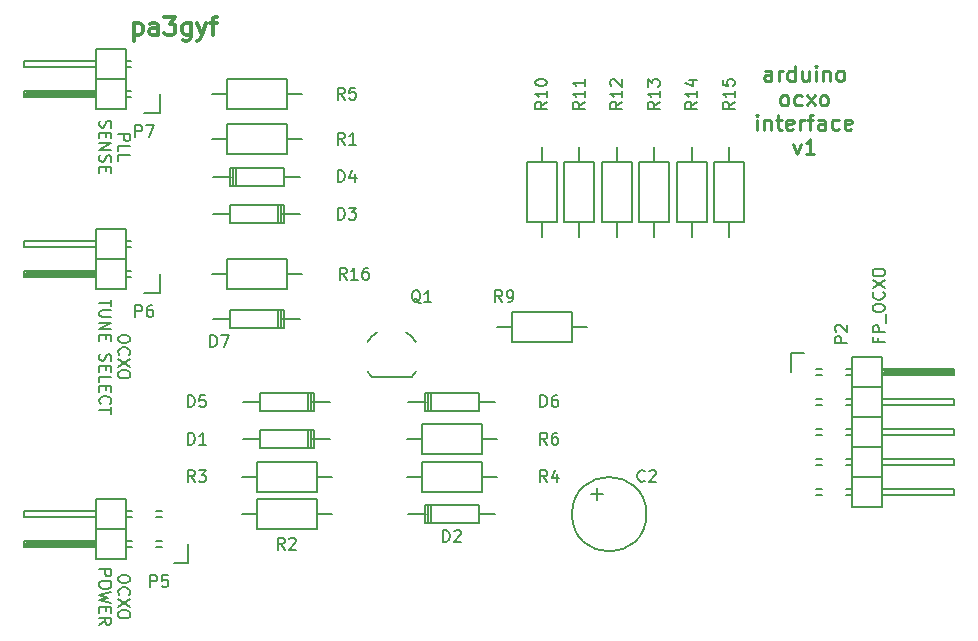
<source format=gbr>
G04 #@! TF.FileFunction,Legend,Top*
%FSLAX46Y46*%
G04 Gerber Fmt 4.6, Leading zero omitted, Abs format (unit mm)*
G04 Created by KiCad (PCBNEW (after 2015-mar-04 BZR unknown)-product) date Fri 28 Oct 2016 11:36:00 AM CEST*
%MOMM*%
G01*
G04 APERTURE LIST*
%ADD10C,0.100000*%
%ADD11C,0.250000*%
%ADD12C,0.300000*%
%ADD13C,0.200000*%
%ADD14C,0.150000*%
G04 APERTURE END LIST*
D10*
D11*
X206764287Y-57935095D02*
X206764287Y-57254143D01*
X206702382Y-57130333D01*
X206578572Y-57068429D01*
X206330953Y-57068429D01*
X206207144Y-57130333D01*
X206764287Y-57873190D02*
X206640477Y-57935095D01*
X206330953Y-57935095D01*
X206207144Y-57873190D01*
X206145239Y-57749381D01*
X206145239Y-57625571D01*
X206207144Y-57501762D01*
X206330953Y-57439857D01*
X206640477Y-57439857D01*
X206764287Y-57377952D01*
X207383334Y-57935095D02*
X207383334Y-57068429D01*
X207383334Y-57316048D02*
X207445239Y-57192238D01*
X207507143Y-57130333D01*
X207630953Y-57068429D01*
X207754762Y-57068429D01*
X208745239Y-57935095D02*
X208745239Y-56635095D01*
X208745239Y-57873190D02*
X208621429Y-57935095D01*
X208373810Y-57935095D01*
X208250001Y-57873190D01*
X208188096Y-57811286D01*
X208126191Y-57687476D01*
X208126191Y-57316048D01*
X208188096Y-57192238D01*
X208250001Y-57130333D01*
X208373810Y-57068429D01*
X208621429Y-57068429D01*
X208745239Y-57130333D01*
X209921429Y-57068429D02*
X209921429Y-57935095D01*
X209364286Y-57068429D02*
X209364286Y-57749381D01*
X209426191Y-57873190D01*
X209550000Y-57935095D01*
X209735714Y-57935095D01*
X209859524Y-57873190D01*
X209921429Y-57811286D01*
X210540476Y-57935095D02*
X210540476Y-57068429D01*
X210540476Y-56635095D02*
X210478571Y-56697000D01*
X210540476Y-56758905D01*
X210602381Y-56697000D01*
X210540476Y-56635095D01*
X210540476Y-56758905D01*
X211159524Y-57068429D02*
X211159524Y-57935095D01*
X211159524Y-57192238D02*
X211221429Y-57130333D01*
X211345238Y-57068429D01*
X211530952Y-57068429D01*
X211654762Y-57130333D01*
X211716667Y-57254143D01*
X211716667Y-57935095D01*
X212521428Y-57935095D02*
X212397619Y-57873190D01*
X212335714Y-57811286D01*
X212273809Y-57687476D01*
X212273809Y-57316048D01*
X212335714Y-57192238D01*
X212397619Y-57130333D01*
X212521428Y-57068429D01*
X212707142Y-57068429D01*
X212830952Y-57130333D01*
X212892857Y-57192238D01*
X212954761Y-57316048D01*
X212954761Y-57687476D01*
X212892857Y-57811286D01*
X212830952Y-57873190D01*
X212707142Y-57935095D01*
X212521428Y-57935095D01*
X207785715Y-60005095D02*
X207661906Y-59943190D01*
X207600001Y-59881286D01*
X207538096Y-59757476D01*
X207538096Y-59386048D01*
X207600001Y-59262238D01*
X207661906Y-59200333D01*
X207785715Y-59138429D01*
X207971429Y-59138429D01*
X208095239Y-59200333D01*
X208157144Y-59262238D01*
X208219048Y-59386048D01*
X208219048Y-59757476D01*
X208157144Y-59881286D01*
X208095239Y-59943190D01*
X207971429Y-60005095D01*
X207785715Y-60005095D01*
X209333334Y-59943190D02*
X209209524Y-60005095D01*
X208961905Y-60005095D01*
X208838096Y-59943190D01*
X208776191Y-59881286D01*
X208714286Y-59757476D01*
X208714286Y-59386048D01*
X208776191Y-59262238D01*
X208838096Y-59200333D01*
X208961905Y-59138429D01*
X209209524Y-59138429D01*
X209333334Y-59200333D01*
X209766667Y-60005095D02*
X210447620Y-59138429D01*
X209766667Y-59138429D02*
X210447620Y-60005095D01*
X211128572Y-60005095D02*
X211004763Y-59943190D01*
X210942858Y-59881286D01*
X210880953Y-59757476D01*
X210880953Y-59386048D01*
X210942858Y-59262238D01*
X211004763Y-59200333D01*
X211128572Y-59138429D01*
X211314286Y-59138429D01*
X211438096Y-59200333D01*
X211500001Y-59262238D01*
X211561905Y-59386048D01*
X211561905Y-59757476D01*
X211500001Y-59881286D01*
X211438096Y-59943190D01*
X211314286Y-60005095D01*
X211128572Y-60005095D01*
X205557143Y-62075095D02*
X205557143Y-61208429D01*
X205557143Y-60775095D02*
X205495238Y-60837000D01*
X205557143Y-60898905D01*
X205619048Y-60837000D01*
X205557143Y-60775095D01*
X205557143Y-60898905D01*
X206176191Y-61208429D02*
X206176191Y-62075095D01*
X206176191Y-61332238D02*
X206238096Y-61270333D01*
X206361905Y-61208429D01*
X206547619Y-61208429D01*
X206671429Y-61270333D01*
X206733334Y-61394143D01*
X206733334Y-62075095D01*
X207166667Y-61208429D02*
X207661905Y-61208429D01*
X207352381Y-60775095D02*
X207352381Y-61889381D01*
X207414286Y-62013190D01*
X207538095Y-62075095D01*
X207661905Y-62075095D01*
X208590476Y-62013190D02*
X208466666Y-62075095D01*
X208219047Y-62075095D01*
X208095238Y-62013190D01*
X208033333Y-61889381D01*
X208033333Y-61394143D01*
X208095238Y-61270333D01*
X208219047Y-61208429D01*
X208466666Y-61208429D01*
X208590476Y-61270333D01*
X208652381Y-61394143D01*
X208652381Y-61517952D01*
X208033333Y-61641762D01*
X209209524Y-62075095D02*
X209209524Y-61208429D01*
X209209524Y-61456048D02*
X209271429Y-61332238D01*
X209333333Y-61270333D01*
X209457143Y-61208429D01*
X209580952Y-61208429D01*
X209828572Y-61208429D02*
X210323810Y-61208429D01*
X210014286Y-62075095D02*
X210014286Y-60960810D01*
X210076191Y-60837000D01*
X210200000Y-60775095D01*
X210323810Y-60775095D01*
X211314286Y-62075095D02*
X211314286Y-61394143D01*
X211252381Y-61270333D01*
X211128571Y-61208429D01*
X210880952Y-61208429D01*
X210757143Y-61270333D01*
X211314286Y-62013190D02*
X211190476Y-62075095D01*
X210880952Y-62075095D01*
X210757143Y-62013190D01*
X210695238Y-61889381D01*
X210695238Y-61765571D01*
X210757143Y-61641762D01*
X210880952Y-61579857D01*
X211190476Y-61579857D01*
X211314286Y-61517952D01*
X212490476Y-62013190D02*
X212366666Y-62075095D01*
X212119047Y-62075095D01*
X211995238Y-62013190D01*
X211933333Y-61951286D01*
X211871428Y-61827476D01*
X211871428Y-61456048D01*
X211933333Y-61332238D01*
X211995238Y-61270333D01*
X212119047Y-61208429D01*
X212366666Y-61208429D01*
X212490476Y-61270333D01*
X213542857Y-62013190D02*
X213419047Y-62075095D01*
X213171428Y-62075095D01*
X213047619Y-62013190D01*
X212985714Y-61889381D01*
X212985714Y-61394143D01*
X213047619Y-61270333D01*
X213171428Y-61208429D01*
X213419047Y-61208429D01*
X213542857Y-61270333D01*
X213604762Y-61394143D01*
X213604762Y-61517952D01*
X212985714Y-61641762D01*
X208621429Y-63278429D02*
X208930953Y-64145095D01*
X209240477Y-63278429D01*
X210416667Y-64145095D02*
X209673810Y-64145095D01*
X210045239Y-64145095D02*
X210045239Y-62845095D01*
X209921429Y-63030810D01*
X209797620Y-63154619D01*
X209673810Y-63216524D01*
D12*
X152817143Y-53018571D02*
X152817143Y-54518571D01*
X152817143Y-53090000D02*
X152960000Y-53018571D01*
X153245714Y-53018571D01*
X153388571Y-53090000D01*
X153460000Y-53161429D01*
X153531429Y-53304286D01*
X153531429Y-53732857D01*
X153460000Y-53875714D01*
X153388571Y-53947143D01*
X153245714Y-54018571D01*
X152960000Y-54018571D01*
X152817143Y-53947143D01*
X154817143Y-54018571D02*
X154817143Y-53232857D01*
X154745714Y-53090000D01*
X154602857Y-53018571D01*
X154317143Y-53018571D01*
X154174286Y-53090000D01*
X154817143Y-53947143D02*
X154674286Y-54018571D01*
X154317143Y-54018571D01*
X154174286Y-53947143D01*
X154102857Y-53804286D01*
X154102857Y-53661429D01*
X154174286Y-53518571D01*
X154317143Y-53447143D01*
X154674286Y-53447143D01*
X154817143Y-53375714D01*
X155388572Y-52518571D02*
X156317143Y-52518571D01*
X155817143Y-53090000D01*
X156031429Y-53090000D01*
X156174286Y-53161429D01*
X156245715Y-53232857D01*
X156317143Y-53375714D01*
X156317143Y-53732857D01*
X156245715Y-53875714D01*
X156174286Y-53947143D01*
X156031429Y-54018571D01*
X155602857Y-54018571D01*
X155460000Y-53947143D01*
X155388572Y-53875714D01*
X157602857Y-53018571D02*
X157602857Y-54232857D01*
X157531428Y-54375714D01*
X157460000Y-54447143D01*
X157317143Y-54518571D01*
X157102857Y-54518571D01*
X156960000Y-54447143D01*
X157602857Y-53947143D02*
X157460000Y-54018571D01*
X157174286Y-54018571D01*
X157031428Y-53947143D01*
X156960000Y-53875714D01*
X156888571Y-53732857D01*
X156888571Y-53304286D01*
X156960000Y-53161429D01*
X157031428Y-53090000D01*
X157174286Y-53018571D01*
X157460000Y-53018571D01*
X157602857Y-53090000D01*
X158174286Y-53018571D02*
X158531429Y-54018571D01*
X158888571Y-53018571D02*
X158531429Y-54018571D01*
X158388571Y-54375714D01*
X158317143Y-54447143D01*
X158174286Y-54518571D01*
X159245714Y-53018571D02*
X159817143Y-53018571D01*
X159460000Y-54018571D02*
X159460000Y-52732857D01*
X159531428Y-52590000D01*
X159674286Y-52518571D01*
X159817143Y-52518571D01*
D13*
X151477619Y-62428571D02*
X152477619Y-62428571D01*
X152477619Y-62809524D01*
X152430000Y-62904762D01*
X152382381Y-62952381D01*
X152287143Y-63000000D01*
X152144286Y-63000000D01*
X152049048Y-62952381D01*
X152001429Y-62904762D01*
X151953810Y-62809524D01*
X151953810Y-62428571D01*
X151477619Y-63904762D02*
X151477619Y-63428571D01*
X152477619Y-63428571D01*
X151477619Y-64714286D02*
X151477619Y-64238095D01*
X152477619Y-64238095D01*
X149925238Y-61309524D02*
X149877619Y-61452381D01*
X149877619Y-61690477D01*
X149925238Y-61785715D01*
X149972857Y-61833334D01*
X150068095Y-61880953D01*
X150163333Y-61880953D01*
X150258571Y-61833334D01*
X150306190Y-61785715D01*
X150353810Y-61690477D01*
X150401429Y-61500000D01*
X150449048Y-61404762D01*
X150496667Y-61357143D01*
X150591905Y-61309524D01*
X150687143Y-61309524D01*
X150782381Y-61357143D01*
X150830000Y-61404762D01*
X150877619Y-61500000D01*
X150877619Y-61738096D01*
X150830000Y-61880953D01*
X150401429Y-62309524D02*
X150401429Y-62642858D01*
X149877619Y-62785715D02*
X149877619Y-62309524D01*
X150877619Y-62309524D01*
X150877619Y-62785715D01*
X149877619Y-63214286D02*
X150877619Y-63214286D01*
X149877619Y-63785715D01*
X150877619Y-63785715D01*
X149925238Y-64214286D02*
X149877619Y-64357143D01*
X149877619Y-64595239D01*
X149925238Y-64690477D01*
X149972857Y-64738096D01*
X150068095Y-64785715D01*
X150163333Y-64785715D01*
X150258571Y-64738096D01*
X150306190Y-64690477D01*
X150353810Y-64595239D01*
X150401429Y-64404762D01*
X150449048Y-64309524D01*
X150496667Y-64261905D01*
X150591905Y-64214286D01*
X150687143Y-64214286D01*
X150782381Y-64261905D01*
X150830000Y-64309524D01*
X150877619Y-64404762D01*
X150877619Y-64642858D01*
X150830000Y-64785715D01*
X150401429Y-65214286D02*
X150401429Y-65547620D01*
X149877619Y-65690477D02*
X149877619Y-65214286D01*
X150877619Y-65214286D01*
X150877619Y-65690477D01*
X152477619Y-79684762D02*
X152477619Y-79875239D01*
X152430000Y-79970477D01*
X152334762Y-80065715D01*
X152144286Y-80113334D01*
X151810952Y-80113334D01*
X151620476Y-80065715D01*
X151525238Y-79970477D01*
X151477619Y-79875239D01*
X151477619Y-79684762D01*
X151525238Y-79589524D01*
X151620476Y-79494286D01*
X151810952Y-79446667D01*
X152144286Y-79446667D01*
X152334762Y-79494286D01*
X152430000Y-79589524D01*
X152477619Y-79684762D01*
X151572857Y-81113334D02*
X151525238Y-81065715D01*
X151477619Y-80922858D01*
X151477619Y-80827620D01*
X151525238Y-80684762D01*
X151620476Y-80589524D01*
X151715714Y-80541905D01*
X151906190Y-80494286D01*
X152049048Y-80494286D01*
X152239524Y-80541905D01*
X152334762Y-80589524D01*
X152430000Y-80684762D01*
X152477619Y-80827620D01*
X152477619Y-80922858D01*
X152430000Y-81065715D01*
X152382381Y-81113334D01*
X152477619Y-81446667D02*
X151477619Y-82113334D01*
X152477619Y-82113334D02*
X151477619Y-81446667D01*
X152477619Y-82684762D02*
X152477619Y-82875239D01*
X152430000Y-82970477D01*
X152334762Y-83065715D01*
X152144286Y-83113334D01*
X151810952Y-83113334D01*
X151620476Y-83065715D01*
X151525238Y-82970477D01*
X151477619Y-82875239D01*
X151477619Y-82684762D01*
X151525238Y-82589524D01*
X151620476Y-82494286D01*
X151810952Y-82446667D01*
X152144286Y-82446667D01*
X152334762Y-82494286D01*
X152430000Y-82589524D01*
X152477619Y-82684762D01*
X150877619Y-76446666D02*
X150877619Y-77018095D01*
X149877619Y-76732380D02*
X150877619Y-76732380D01*
X150877619Y-77351428D02*
X150068095Y-77351428D01*
X149972857Y-77399047D01*
X149925238Y-77446666D01*
X149877619Y-77541904D01*
X149877619Y-77732381D01*
X149925238Y-77827619D01*
X149972857Y-77875238D01*
X150068095Y-77922857D01*
X150877619Y-77922857D01*
X149877619Y-78399047D02*
X150877619Y-78399047D01*
X149877619Y-78970476D01*
X150877619Y-78970476D01*
X150401429Y-79446666D02*
X150401429Y-79780000D01*
X149877619Y-79922857D02*
X149877619Y-79446666D01*
X150877619Y-79446666D01*
X150877619Y-79922857D01*
X149925238Y-81065714D02*
X149877619Y-81208571D01*
X149877619Y-81446667D01*
X149925238Y-81541905D01*
X149972857Y-81589524D01*
X150068095Y-81637143D01*
X150163333Y-81637143D01*
X150258571Y-81589524D01*
X150306190Y-81541905D01*
X150353810Y-81446667D01*
X150401429Y-81256190D01*
X150449048Y-81160952D01*
X150496667Y-81113333D01*
X150591905Y-81065714D01*
X150687143Y-81065714D01*
X150782381Y-81113333D01*
X150830000Y-81160952D01*
X150877619Y-81256190D01*
X150877619Y-81494286D01*
X150830000Y-81637143D01*
X150401429Y-82065714D02*
X150401429Y-82399048D01*
X149877619Y-82541905D02*
X149877619Y-82065714D01*
X150877619Y-82065714D01*
X150877619Y-82541905D01*
X149877619Y-83446667D02*
X149877619Y-82970476D01*
X150877619Y-82970476D01*
X150401429Y-83780000D02*
X150401429Y-84113334D01*
X149877619Y-84256191D02*
X149877619Y-83780000D01*
X150877619Y-83780000D01*
X150877619Y-84256191D01*
X149972857Y-85256191D02*
X149925238Y-85208572D01*
X149877619Y-85065715D01*
X149877619Y-84970477D01*
X149925238Y-84827619D01*
X150020476Y-84732381D01*
X150115714Y-84684762D01*
X150306190Y-84637143D01*
X150449048Y-84637143D01*
X150639524Y-84684762D01*
X150734762Y-84732381D01*
X150830000Y-84827619D01*
X150877619Y-84970477D01*
X150877619Y-85065715D01*
X150830000Y-85208572D01*
X150782381Y-85256191D01*
X150877619Y-85541905D02*
X150877619Y-86113334D01*
X149877619Y-85827619D02*
X150877619Y-85827619D01*
X152477619Y-100004762D02*
X152477619Y-100195239D01*
X152430000Y-100290477D01*
X152334762Y-100385715D01*
X152144286Y-100433334D01*
X151810952Y-100433334D01*
X151620476Y-100385715D01*
X151525238Y-100290477D01*
X151477619Y-100195239D01*
X151477619Y-100004762D01*
X151525238Y-99909524D01*
X151620476Y-99814286D01*
X151810952Y-99766667D01*
X152144286Y-99766667D01*
X152334762Y-99814286D01*
X152430000Y-99909524D01*
X152477619Y-100004762D01*
X151572857Y-101433334D02*
X151525238Y-101385715D01*
X151477619Y-101242858D01*
X151477619Y-101147620D01*
X151525238Y-101004762D01*
X151620476Y-100909524D01*
X151715714Y-100861905D01*
X151906190Y-100814286D01*
X152049048Y-100814286D01*
X152239524Y-100861905D01*
X152334762Y-100909524D01*
X152430000Y-101004762D01*
X152477619Y-101147620D01*
X152477619Y-101242858D01*
X152430000Y-101385715D01*
X152382381Y-101433334D01*
X152477619Y-101766667D02*
X151477619Y-102433334D01*
X152477619Y-102433334D02*
X151477619Y-101766667D01*
X152477619Y-103004762D02*
X152477619Y-103195239D01*
X152430000Y-103290477D01*
X152334762Y-103385715D01*
X152144286Y-103433334D01*
X151810952Y-103433334D01*
X151620476Y-103385715D01*
X151525238Y-103290477D01*
X151477619Y-103195239D01*
X151477619Y-103004762D01*
X151525238Y-102909524D01*
X151620476Y-102814286D01*
X151810952Y-102766667D01*
X152144286Y-102766667D01*
X152334762Y-102814286D01*
X152430000Y-102909524D01*
X152477619Y-103004762D01*
X149877619Y-99290476D02*
X150877619Y-99290476D01*
X150877619Y-99671429D01*
X150830000Y-99766667D01*
X150782381Y-99814286D01*
X150687143Y-99861905D01*
X150544286Y-99861905D01*
X150449048Y-99814286D01*
X150401429Y-99766667D01*
X150353810Y-99671429D01*
X150353810Y-99290476D01*
X150877619Y-100480952D02*
X150877619Y-100671429D01*
X150830000Y-100766667D01*
X150734762Y-100861905D01*
X150544286Y-100909524D01*
X150210952Y-100909524D01*
X150020476Y-100861905D01*
X149925238Y-100766667D01*
X149877619Y-100671429D01*
X149877619Y-100480952D01*
X149925238Y-100385714D01*
X150020476Y-100290476D01*
X150210952Y-100242857D01*
X150544286Y-100242857D01*
X150734762Y-100290476D01*
X150830000Y-100385714D01*
X150877619Y-100480952D01*
X150877619Y-101242857D02*
X149877619Y-101480952D01*
X150591905Y-101671429D01*
X149877619Y-101861905D01*
X150877619Y-102100000D01*
X150401429Y-102480952D02*
X150401429Y-102814286D01*
X149877619Y-102957143D02*
X149877619Y-102480952D01*
X150877619Y-102480952D01*
X150877619Y-102957143D01*
X149877619Y-103957143D02*
X150353810Y-103623809D01*
X149877619Y-103385714D02*
X150877619Y-103385714D01*
X150877619Y-103766667D01*
X150830000Y-103861905D01*
X150782381Y-103909524D01*
X150687143Y-103957143D01*
X150544286Y-103957143D01*
X150449048Y-103909524D01*
X150401429Y-103861905D01*
X150353810Y-103766667D01*
X150353810Y-103385714D01*
X215828571Y-79723904D02*
X215828571Y-80057238D01*
X216352381Y-80057238D02*
X215352381Y-80057238D01*
X215352381Y-79581047D01*
X216352381Y-79200095D02*
X215352381Y-79200095D01*
X215352381Y-78819142D01*
X215400000Y-78723904D01*
X215447619Y-78676285D01*
X215542857Y-78628666D01*
X215685714Y-78628666D01*
X215780952Y-78676285D01*
X215828571Y-78723904D01*
X215876190Y-78819142D01*
X215876190Y-79200095D01*
X216447619Y-78438190D02*
X216447619Y-77676285D01*
X215352381Y-77247714D02*
X215352381Y-77057237D01*
X215400000Y-76961999D01*
X215495238Y-76866761D01*
X215685714Y-76819142D01*
X216019048Y-76819142D01*
X216209524Y-76866761D01*
X216304762Y-76961999D01*
X216352381Y-77057237D01*
X216352381Y-77247714D01*
X216304762Y-77342952D01*
X216209524Y-77438190D01*
X216019048Y-77485809D01*
X215685714Y-77485809D01*
X215495238Y-77438190D01*
X215400000Y-77342952D01*
X215352381Y-77247714D01*
X216257143Y-75819142D02*
X216304762Y-75866761D01*
X216352381Y-76009618D01*
X216352381Y-76104856D01*
X216304762Y-76247714D01*
X216209524Y-76342952D01*
X216114286Y-76390571D01*
X215923810Y-76438190D01*
X215780952Y-76438190D01*
X215590476Y-76390571D01*
X215495238Y-76342952D01*
X215400000Y-76247714D01*
X215352381Y-76104856D01*
X215352381Y-76009618D01*
X215400000Y-75866761D01*
X215447619Y-75819142D01*
X215352381Y-75485809D02*
X216352381Y-74819142D01*
X215352381Y-74819142D02*
X216352381Y-75485809D01*
X215352381Y-74247714D02*
X215352381Y-74057237D01*
X215400000Y-73961999D01*
X215495238Y-73866761D01*
X215685714Y-73819142D01*
X216019048Y-73819142D01*
X216209524Y-73866761D01*
X216304762Y-73961999D01*
X216352381Y-74057237D01*
X216352381Y-74247714D01*
X216304762Y-74342952D01*
X216209524Y-74438190D01*
X216019048Y-74485809D01*
X215685714Y-74485809D01*
X215495238Y-74438190D01*
X215400000Y-74342952D01*
X215352381Y-74247714D01*
D14*
X211074000Y-92964000D02*
X210566000Y-92964000D01*
X211074000Y-92456000D02*
X210566000Y-92456000D01*
X211074000Y-90424000D02*
X210566000Y-90424000D01*
X211074000Y-89916000D02*
X210566000Y-89916000D01*
X211074000Y-82296000D02*
X210566000Y-82296000D01*
X211074000Y-82804000D02*
X210566000Y-82804000D01*
X211074000Y-87884000D02*
X210566000Y-87884000D01*
X211074000Y-87376000D02*
X210566000Y-87376000D01*
X211074000Y-85344000D02*
X210566000Y-85344000D01*
X211074000Y-84836000D02*
X210566000Y-84836000D01*
X213614000Y-92964000D02*
X213106000Y-92964000D01*
X213614000Y-92456000D02*
X213106000Y-92456000D01*
X213614000Y-82296000D02*
X213106000Y-82296000D01*
X213614000Y-82804000D02*
X213106000Y-82804000D01*
X213614000Y-84836000D02*
X213106000Y-84836000D01*
X213614000Y-85344000D02*
X213106000Y-85344000D01*
X213614000Y-90424000D02*
X213106000Y-90424000D01*
X213614000Y-89916000D02*
X213106000Y-89916000D01*
X213614000Y-87884000D02*
X213106000Y-87884000D01*
X213614000Y-87376000D02*
X213106000Y-87376000D01*
X209550000Y-81000000D02*
X208400000Y-81000000D01*
X208400000Y-81000000D02*
X208400000Y-82550000D01*
X216154000Y-82423000D02*
X222123000Y-82423000D01*
X222123000Y-82423000D02*
X222123000Y-82677000D01*
X222123000Y-82677000D02*
X216281000Y-82677000D01*
X216281000Y-82677000D02*
X216281000Y-82550000D01*
X216281000Y-82550000D02*
X222123000Y-82550000D01*
X213614000Y-91440000D02*
X216154000Y-91440000D01*
X213614000Y-91440000D02*
X213614000Y-93980000D01*
X216154000Y-92456000D02*
X222250000Y-92456000D01*
X222250000Y-92456000D02*
X222250000Y-92964000D01*
X222250000Y-92964000D02*
X216154000Y-92964000D01*
X216154000Y-93980000D02*
X216154000Y-91440000D01*
X213614000Y-93980000D02*
X216154000Y-93980000D01*
X213614000Y-86360000D02*
X216154000Y-86360000D01*
X213614000Y-86360000D02*
X213614000Y-88900000D01*
X213614000Y-88900000D02*
X216154000Y-88900000D01*
X216154000Y-87376000D02*
X222250000Y-87376000D01*
X222250000Y-87376000D02*
X222250000Y-87884000D01*
X222250000Y-87884000D02*
X216154000Y-87884000D01*
X216154000Y-88900000D02*
X216154000Y-86360000D01*
X216154000Y-91440000D02*
X216154000Y-88900000D01*
X222250000Y-90424000D02*
X216154000Y-90424000D01*
X222250000Y-89916000D02*
X222250000Y-90424000D01*
X216154000Y-89916000D02*
X222250000Y-89916000D01*
X213614000Y-91440000D02*
X216154000Y-91440000D01*
X213614000Y-88900000D02*
X213614000Y-91440000D01*
X213614000Y-88900000D02*
X216154000Y-88900000D01*
X213614000Y-83820000D02*
X216154000Y-83820000D01*
X213614000Y-83820000D02*
X213614000Y-86360000D01*
X213614000Y-86360000D02*
X216154000Y-86360000D01*
X216154000Y-84836000D02*
X222250000Y-84836000D01*
X222250000Y-84836000D02*
X222250000Y-85344000D01*
X222250000Y-85344000D02*
X216154000Y-85344000D01*
X216154000Y-86360000D02*
X216154000Y-83820000D01*
X216154000Y-83820000D02*
X216154000Y-81280000D01*
X222250000Y-82804000D02*
X216154000Y-82804000D01*
X222250000Y-82296000D02*
X222250000Y-82804000D01*
X216154000Y-82296000D02*
X222250000Y-82296000D01*
X213614000Y-83820000D02*
X216154000Y-83820000D01*
X213614000Y-81280000D02*
X213614000Y-83820000D01*
X213614000Y-81280000D02*
X216154000Y-81280000D01*
X154686000Y-94361000D02*
X155194000Y-94361000D01*
X154686000Y-94869000D02*
X155194000Y-94869000D01*
X154686000Y-96901000D02*
X155194000Y-96901000D01*
X154686000Y-97409000D02*
X155194000Y-97409000D01*
X152146000Y-97409000D02*
X152654000Y-97409000D01*
X152146000Y-96901000D02*
X152654000Y-96901000D01*
X152146000Y-94869000D02*
X152654000Y-94869000D01*
X152146000Y-94361000D02*
X152654000Y-94361000D01*
X156210000Y-98705000D02*
X157360000Y-98705000D01*
X157360000Y-98705000D02*
X157360000Y-97155000D01*
X149606000Y-97282000D02*
X143637000Y-97282000D01*
X143637000Y-97282000D02*
X143637000Y-97028000D01*
X143637000Y-97028000D02*
X149479000Y-97028000D01*
X149479000Y-97028000D02*
X149479000Y-97155000D01*
X149479000Y-97155000D02*
X143637000Y-97155000D01*
X152146000Y-93345000D02*
X149606000Y-93345000D01*
X152146000Y-95885000D02*
X149606000Y-95885000D01*
X152146000Y-95885000D02*
X152146000Y-93345000D01*
X152146000Y-93345000D02*
X149606000Y-93345000D01*
X149606000Y-94869000D02*
X143510000Y-94869000D01*
X143510000Y-94869000D02*
X143510000Y-94361000D01*
X143510000Y-94361000D02*
X149606000Y-94361000D01*
X149606000Y-93345000D02*
X149606000Y-95885000D01*
X149606000Y-95885000D02*
X149606000Y-98425000D01*
X143510000Y-96901000D02*
X149606000Y-96901000D01*
X143510000Y-97409000D02*
X143510000Y-96901000D01*
X149606000Y-97409000D02*
X143510000Y-97409000D01*
X152146000Y-95885000D02*
X149606000Y-95885000D01*
X152146000Y-98425000D02*
X152146000Y-95885000D01*
X152146000Y-98425000D02*
X149606000Y-98425000D01*
X154970000Y-75845000D02*
X154970000Y-74295000D01*
X153670000Y-75845000D02*
X154970000Y-75845000D01*
X149479000Y-74422000D02*
X143637000Y-74422000D01*
X143637000Y-74422000D02*
X143637000Y-74168000D01*
X143637000Y-74168000D02*
X149479000Y-74168000D01*
X149479000Y-74168000D02*
X149479000Y-74295000D01*
X149479000Y-74295000D02*
X143637000Y-74295000D01*
X152146000Y-74549000D02*
X152527000Y-74549000D01*
X152146000Y-74041000D02*
X152527000Y-74041000D01*
X152146000Y-72009000D02*
X152527000Y-72009000D01*
X152146000Y-71501000D02*
X152527000Y-71501000D01*
X152146000Y-75565000D02*
X149606000Y-75565000D01*
X152146000Y-73025000D02*
X149606000Y-73025000D01*
X152146000Y-73025000D02*
X152146000Y-70485000D01*
X152146000Y-70485000D02*
X149606000Y-70485000D01*
X149606000Y-72009000D02*
X143510000Y-72009000D01*
X143510000Y-72009000D02*
X143510000Y-71501000D01*
X143510000Y-71501000D02*
X149606000Y-71501000D01*
X149606000Y-70485000D02*
X149606000Y-73025000D01*
X149606000Y-73025000D02*
X149606000Y-75565000D01*
X143510000Y-74041000D02*
X149606000Y-74041000D01*
X143510000Y-74549000D02*
X143510000Y-74041000D01*
X149606000Y-74549000D02*
X143510000Y-74549000D01*
X152146000Y-73025000D02*
X149606000Y-73025000D01*
X152146000Y-75565000D02*
X152146000Y-73025000D01*
X154970000Y-60605000D02*
X154970000Y-59055000D01*
X153670000Y-60605000D02*
X154970000Y-60605000D01*
X149479000Y-59182000D02*
X143637000Y-59182000D01*
X143637000Y-59182000D02*
X143637000Y-58928000D01*
X143637000Y-58928000D02*
X149479000Y-58928000D01*
X149479000Y-58928000D02*
X149479000Y-59055000D01*
X149479000Y-59055000D02*
X143637000Y-59055000D01*
X152146000Y-59309000D02*
X152527000Y-59309000D01*
X152146000Y-58801000D02*
X152527000Y-58801000D01*
X152146000Y-56769000D02*
X152527000Y-56769000D01*
X152146000Y-56261000D02*
X152527000Y-56261000D01*
X152146000Y-60325000D02*
X149606000Y-60325000D01*
X152146000Y-57785000D02*
X149606000Y-57785000D01*
X152146000Y-57785000D02*
X152146000Y-55245000D01*
X152146000Y-55245000D02*
X149606000Y-55245000D01*
X149606000Y-56769000D02*
X143510000Y-56769000D01*
X143510000Y-56769000D02*
X143510000Y-56261000D01*
X143510000Y-56261000D02*
X149606000Y-56261000D01*
X149606000Y-55245000D02*
X149606000Y-57785000D01*
X149606000Y-57785000D02*
X149606000Y-60325000D01*
X143510000Y-58801000D02*
X149606000Y-58801000D01*
X143510000Y-59309000D02*
X143510000Y-58801000D01*
X149606000Y-59309000D02*
X143510000Y-59309000D01*
X152146000Y-57785000D02*
X149606000Y-57785000D01*
X152146000Y-60325000D02*
X152146000Y-57785000D01*
X192039240Y-92415360D02*
X192039240Y-93416120D01*
X191538860Y-92915740D02*
X192539620Y-92915740D01*
X196189600Y-94615000D02*
G75*
G03X196189600Y-94615000I-3149600J0D01*
G01*
X163449000Y-88265000D02*
X162052000Y-88265000D01*
X167894000Y-88265000D02*
X169418000Y-88265000D01*
X167513000Y-87503000D02*
X167513000Y-89027000D01*
X167767000Y-87503000D02*
X167767000Y-89027000D01*
X168021000Y-88265000D02*
X168021000Y-89027000D01*
X168021000Y-89027000D02*
X163449000Y-89027000D01*
X163449000Y-89027000D02*
X163449000Y-87503000D01*
X163449000Y-87503000D02*
X168021000Y-87503000D01*
X168021000Y-87503000D02*
X168021000Y-88265000D01*
X181991000Y-94615000D02*
X183388000Y-94615000D01*
X177546000Y-94615000D02*
X176022000Y-94615000D01*
X177927000Y-95377000D02*
X177927000Y-93853000D01*
X177673000Y-95377000D02*
X177673000Y-93853000D01*
X177419000Y-94615000D02*
X177419000Y-93853000D01*
X177419000Y-93853000D02*
X181991000Y-93853000D01*
X181991000Y-93853000D02*
X181991000Y-95377000D01*
X181991000Y-95377000D02*
X177419000Y-95377000D01*
X177419000Y-95377000D02*
X177419000Y-94615000D01*
X160909000Y-69215000D02*
X159512000Y-69215000D01*
X165354000Y-69215000D02*
X166878000Y-69215000D01*
X164973000Y-68453000D02*
X164973000Y-69977000D01*
X165227000Y-68453000D02*
X165227000Y-69977000D01*
X165481000Y-69215000D02*
X165481000Y-69977000D01*
X165481000Y-69977000D02*
X160909000Y-69977000D01*
X160909000Y-69977000D02*
X160909000Y-68453000D01*
X160909000Y-68453000D02*
X165481000Y-68453000D01*
X165481000Y-68453000D02*
X165481000Y-69215000D01*
X165481000Y-66040000D02*
X166878000Y-66040000D01*
X161036000Y-66040000D02*
X159512000Y-66040000D01*
X161417000Y-66802000D02*
X161417000Y-65278000D01*
X161163000Y-66802000D02*
X161163000Y-65278000D01*
X160909000Y-66040000D02*
X160909000Y-65278000D01*
X160909000Y-65278000D02*
X165481000Y-65278000D01*
X165481000Y-65278000D02*
X165481000Y-66802000D01*
X165481000Y-66802000D02*
X160909000Y-66802000D01*
X160909000Y-66802000D02*
X160909000Y-66040000D01*
X163449000Y-85090000D02*
X162052000Y-85090000D01*
X167894000Y-85090000D02*
X169418000Y-85090000D01*
X167513000Y-84328000D02*
X167513000Y-85852000D01*
X167767000Y-84328000D02*
X167767000Y-85852000D01*
X168021000Y-85090000D02*
X168021000Y-85852000D01*
X168021000Y-85852000D02*
X163449000Y-85852000D01*
X163449000Y-85852000D02*
X163449000Y-84328000D01*
X163449000Y-84328000D02*
X168021000Y-84328000D01*
X168021000Y-84328000D02*
X168021000Y-85090000D01*
X181991000Y-85090000D02*
X183388000Y-85090000D01*
X177546000Y-85090000D02*
X176022000Y-85090000D01*
X177927000Y-85852000D02*
X177927000Y-84328000D01*
X177673000Y-85852000D02*
X177673000Y-84328000D01*
X177419000Y-85090000D02*
X177419000Y-84328000D01*
X177419000Y-84328000D02*
X181991000Y-84328000D01*
X181991000Y-84328000D02*
X181991000Y-85852000D01*
X181991000Y-85852000D02*
X177419000Y-85852000D01*
X177419000Y-85852000D02*
X177419000Y-85090000D01*
X160909000Y-78105000D02*
X159512000Y-78105000D01*
X165354000Y-78105000D02*
X166878000Y-78105000D01*
X164973000Y-77343000D02*
X164973000Y-78867000D01*
X165227000Y-77343000D02*
X165227000Y-78867000D01*
X165481000Y-78105000D02*
X165481000Y-78867000D01*
X165481000Y-78867000D02*
X160909000Y-78867000D01*
X160909000Y-78867000D02*
X160909000Y-77343000D01*
X160909000Y-77343000D02*
X165481000Y-77343000D01*
X165481000Y-77343000D02*
X165481000Y-78105000D01*
X173375001Y-79230000D02*
G75*
G03X172575000Y-80030000I1249999J-2050000D01*
G01*
X175874999Y-79230000D02*
G75*
G02X176675000Y-80030000I-1249999J-2050000D01*
G01*
X172586274Y-82554203D02*
G75*
G03X172925000Y-82980000I2038726J1274203D01*
G01*
X176663726Y-82554203D02*
G75*
G02X176325000Y-82980000I-2038726J1274203D01*
G01*
X172925000Y-82980000D02*
X176325000Y-82980000D01*
X165735000Y-60325000D02*
X160655000Y-60325000D01*
X160655000Y-60325000D02*
X160655000Y-57785000D01*
X160655000Y-57785000D02*
X165735000Y-57785000D01*
X165735000Y-57785000D02*
X165735000Y-60325000D01*
X165735000Y-59055000D02*
X167005000Y-59055000D01*
X160655000Y-59055000D02*
X159385000Y-59055000D01*
X168275000Y-95885000D02*
X163195000Y-95885000D01*
X163195000Y-95885000D02*
X163195000Y-93345000D01*
X163195000Y-93345000D02*
X168275000Y-93345000D01*
X168275000Y-93345000D02*
X168275000Y-95885000D01*
X168275000Y-94615000D02*
X169545000Y-94615000D01*
X163195000Y-94615000D02*
X161925000Y-94615000D01*
X168275000Y-92710000D02*
X163195000Y-92710000D01*
X163195000Y-92710000D02*
X163195000Y-90170000D01*
X163195000Y-90170000D02*
X168275000Y-90170000D01*
X168275000Y-90170000D02*
X168275000Y-92710000D01*
X168275000Y-91440000D02*
X169545000Y-91440000D01*
X163195000Y-91440000D02*
X161925000Y-91440000D01*
X177165000Y-90170000D02*
X182245000Y-90170000D01*
X182245000Y-90170000D02*
X182245000Y-92710000D01*
X182245000Y-92710000D02*
X177165000Y-92710000D01*
X177165000Y-92710000D02*
X177165000Y-90170000D01*
X177165000Y-91440000D02*
X175895000Y-91440000D01*
X182245000Y-91440000D02*
X183515000Y-91440000D01*
X160655000Y-61595000D02*
X165735000Y-61595000D01*
X165735000Y-61595000D02*
X165735000Y-64135000D01*
X165735000Y-64135000D02*
X160655000Y-64135000D01*
X160655000Y-64135000D02*
X160655000Y-61595000D01*
X160655000Y-62865000D02*
X159385000Y-62865000D01*
X165735000Y-62865000D02*
X167005000Y-62865000D01*
X177165000Y-86995000D02*
X182245000Y-86995000D01*
X182245000Y-86995000D02*
X182245000Y-89535000D01*
X182245000Y-89535000D02*
X177165000Y-89535000D01*
X177165000Y-89535000D02*
X177165000Y-86995000D01*
X177165000Y-88265000D02*
X175895000Y-88265000D01*
X182245000Y-88265000D02*
X183515000Y-88265000D01*
X189865000Y-80010000D02*
X184785000Y-80010000D01*
X184785000Y-80010000D02*
X184785000Y-77470000D01*
X184785000Y-77470000D02*
X189865000Y-77470000D01*
X189865000Y-77470000D02*
X189865000Y-80010000D01*
X189865000Y-78740000D02*
X191135000Y-78740000D01*
X184785000Y-78740000D02*
X183515000Y-78740000D01*
X186055000Y-69850000D02*
X186055000Y-64770000D01*
X186055000Y-64770000D02*
X188595000Y-64770000D01*
X188595000Y-64770000D02*
X188595000Y-69850000D01*
X188595000Y-69850000D02*
X186055000Y-69850000D01*
X187325000Y-69850000D02*
X187325000Y-71120000D01*
X187325000Y-64770000D02*
X187325000Y-63500000D01*
X189230000Y-69850000D02*
X189230000Y-64770000D01*
X189230000Y-64770000D02*
X191770000Y-64770000D01*
X191770000Y-64770000D02*
X191770000Y-69850000D01*
X191770000Y-69850000D02*
X189230000Y-69850000D01*
X190500000Y-69850000D02*
X190500000Y-71120000D01*
X190500000Y-64770000D02*
X190500000Y-63500000D01*
X192405000Y-69850000D02*
X192405000Y-64770000D01*
X192405000Y-64770000D02*
X194945000Y-64770000D01*
X194945000Y-64770000D02*
X194945000Y-69850000D01*
X194945000Y-69850000D02*
X192405000Y-69850000D01*
X193675000Y-69850000D02*
X193675000Y-71120000D01*
X193675000Y-64770000D02*
X193675000Y-63500000D01*
X195580000Y-69850000D02*
X195580000Y-64770000D01*
X195580000Y-64770000D02*
X198120000Y-64770000D01*
X198120000Y-64770000D02*
X198120000Y-69850000D01*
X198120000Y-69850000D02*
X195580000Y-69850000D01*
X196850000Y-69850000D02*
X196850000Y-71120000D01*
X196850000Y-64770000D02*
X196850000Y-63500000D01*
X198755000Y-69850000D02*
X198755000Y-64770000D01*
X198755000Y-64770000D02*
X201295000Y-64770000D01*
X201295000Y-64770000D02*
X201295000Y-69850000D01*
X201295000Y-69850000D02*
X198755000Y-69850000D01*
X200025000Y-69850000D02*
X200025000Y-71120000D01*
X200025000Y-64770000D02*
X200025000Y-63500000D01*
X201930000Y-69850000D02*
X201930000Y-64770000D01*
X201930000Y-64770000D02*
X204470000Y-64770000D01*
X204470000Y-64770000D02*
X204470000Y-69850000D01*
X204470000Y-69850000D02*
X201930000Y-69850000D01*
X203200000Y-69850000D02*
X203200000Y-71120000D01*
X203200000Y-64770000D02*
X203200000Y-63500000D01*
X160655000Y-73025000D02*
X165735000Y-73025000D01*
X165735000Y-73025000D02*
X165735000Y-75565000D01*
X165735000Y-75565000D02*
X160655000Y-75565000D01*
X160655000Y-75565000D02*
X160655000Y-73025000D01*
X160655000Y-74295000D02*
X159385000Y-74295000D01*
X165735000Y-74295000D02*
X167005000Y-74295000D01*
X213177381Y-80113095D02*
X212177381Y-80113095D01*
X212177381Y-79732142D01*
X212225000Y-79636904D01*
X212272619Y-79589285D01*
X212367857Y-79541666D01*
X212510714Y-79541666D01*
X212605952Y-79589285D01*
X212653571Y-79636904D01*
X212701190Y-79732142D01*
X212701190Y-80113095D01*
X212272619Y-79160714D02*
X212225000Y-79113095D01*
X212177381Y-79017857D01*
X212177381Y-78779761D01*
X212225000Y-78684523D01*
X212272619Y-78636904D01*
X212367857Y-78589285D01*
X212463095Y-78589285D01*
X212605952Y-78636904D01*
X213177381Y-79208333D01*
X213177381Y-78589285D01*
X154201905Y-100782381D02*
X154201905Y-99782381D01*
X154582858Y-99782381D01*
X154678096Y-99830000D01*
X154725715Y-99877619D01*
X154773334Y-99972857D01*
X154773334Y-100115714D01*
X154725715Y-100210952D01*
X154678096Y-100258571D01*
X154582858Y-100306190D01*
X154201905Y-100306190D01*
X155678096Y-99782381D02*
X155201905Y-99782381D01*
X155154286Y-100258571D01*
X155201905Y-100210952D01*
X155297143Y-100163333D01*
X155535239Y-100163333D01*
X155630477Y-100210952D01*
X155678096Y-100258571D01*
X155725715Y-100353810D01*
X155725715Y-100591905D01*
X155678096Y-100687143D01*
X155630477Y-100734762D01*
X155535239Y-100782381D01*
X155297143Y-100782381D01*
X155201905Y-100734762D01*
X155154286Y-100687143D01*
X152931905Y-77922381D02*
X152931905Y-76922381D01*
X153312858Y-76922381D01*
X153408096Y-76970000D01*
X153455715Y-77017619D01*
X153503334Y-77112857D01*
X153503334Y-77255714D01*
X153455715Y-77350952D01*
X153408096Y-77398571D01*
X153312858Y-77446190D01*
X152931905Y-77446190D01*
X154360477Y-76922381D02*
X154170000Y-76922381D01*
X154074762Y-76970000D01*
X154027143Y-77017619D01*
X153931905Y-77160476D01*
X153884286Y-77350952D01*
X153884286Y-77731905D01*
X153931905Y-77827143D01*
X153979524Y-77874762D01*
X154074762Y-77922381D01*
X154265239Y-77922381D01*
X154360477Y-77874762D01*
X154408096Y-77827143D01*
X154455715Y-77731905D01*
X154455715Y-77493810D01*
X154408096Y-77398571D01*
X154360477Y-77350952D01*
X154265239Y-77303333D01*
X154074762Y-77303333D01*
X153979524Y-77350952D01*
X153931905Y-77398571D01*
X153884286Y-77493810D01*
X152931905Y-62682381D02*
X152931905Y-61682381D01*
X153312858Y-61682381D01*
X153408096Y-61730000D01*
X153455715Y-61777619D01*
X153503334Y-61872857D01*
X153503334Y-62015714D01*
X153455715Y-62110952D01*
X153408096Y-62158571D01*
X153312858Y-62206190D01*
X152931905Y-62206190D01*
X153836667Y-61682381D02*
X154503334Y-61682381D01*
X154074762Y-62682381D01*
X196048334Y-91797143D02*
X196000715Y-91844762D01*
X195857858Y-91892381D01*
X195762620Y-91892381D01*
X195619762Y-91844762D01*
X195524524Y-91749524D01*
X195476905Y-91654286D01*
X195429286Y-91463810D01*
X195429286Y-91320952D01*
X195476905Y-91130476D01*
X195524524Y-91035238D01*
X195619762Y-90940000D01*
X195762620Y-90892381D01*
X195857858Y-90892381D01*
X196000715Y-90940000D01*
X196048334Y-90987619D01*
X196429286Y-90987619D02*
X196476905Y-90940000D01*
X196572143Y-90892381D01*
X196810239Y-90892381D01*
X196905477Y-90940000D01*
X196953096Y-90987619D01*
X197000715Y-91082857D01*
X197000715Y-91178095D01*
X196953096Y-91320952D01*
X196381667Y-91892381D01*
X197000715Y-91892381D01*
X157376905Y-88717381D02*
X157376905Y-87717381D01*
X157615000Y-87717381D01*
X157757858Y-87765000D01*
X157853096Y-87860238D01*
X157900715Y-87955476D01*
X157948334Y-88145952D01*
X157948334Y-88288810D01*
X157900715Y-88479286D01*
X157853096Y-88574524D01*
X157757858Y-88669762D01*
X157615000Y-88717381D01*
X157376905Y-88717381D01*
X158900715Y-88717381D02*
X158329286Y-88717381D01*
X158615000Y-88717381D02*
X158615000Y-87717381D01*
X158519762Y-87860238D01*
X158424524Y-87955476D01*
X158329286Y-88003095D01*
X178966905Y-96972381D02*
X178966905Y-95972381D01*
X179205000Y-95972381D01*
X179347858Y-96020000D01*
X179443096Y-96115238D01*
X179490715Y-96210476D01*
X179538334Y-96400952D01*
X179538334Y-96543810D01*
X179490715Y-96734286D01*
X179443096Y-96829524D01*
X179347858Y-96924762D01*
X179205000Y-96972381D01*
X178966905Y-96972381D01*
X179919286Y-96067619D02*
X179966905Y-96020000D01*
X180062143Y-95972381D01*
X180300239Y-95972381D01*
X180395477Y-96020000D01*
X180443096Y-96067619D01*
X180490715Y-96162857D01*
X180490715Y-96258095D01*
X180443096Y-96400952D01*
X179871667Y-96972381D01*
X180490715Y-96972381D01*
X170076905Y-69667381D02*
X170076905Y-68667381D01*
X170315000Y-68667381D01*
X170457858Y-68715000D01*
X170553096Y-68810238D01*
X170600715Y-68905476D01*
X170648334Y-69095952D01*
X170648334Y-69238810D01*
X170600715Y-69429286D01*
X170553096Y-69524524D01*
X170457858Y-69619762D01*
X170315000Y-69667381D01*
X170076905Y-69667381D01*
X170981667Y-68667381D02*
X171600715Y-68667381D01*
X171267381Y-69048333D01*
X171410239Y-69048333D01*
X171505477Y-69095952D01*
X171553096Y-69143571D01*
X171600715Y-69238810D01*
X171600715Y-69476905D01*
X171553096Y-69572143D01*
X171505477Y-69619762D01*
X171410239Y-69667381D01*
X171124524Y-69667381D01*
X171029286Y-69619762D01*
X170981667Y-69572143D01*
X170076905Y-66492381D02*
X170076905Y-65492381D01*
X170315000Y-65492381D01*
X170457858Y-65540000D01*
X170553096Y-65635238D01*
X170600715Y-65730476D01*
X170648334Y-65920952D01*
X170648334Y-66063810D01*
X170600715Y-66254286D01*
X170553096Y-66349524D01*
X170457858Y-66444762D01*
X170315000Y-66492381D01*
X170076905Y-66492381D01*
X171505477Y-65825714D02*
X171505477Y-66492381D01*
X171267381Y-65444762D02*
X171029286Y-66159048D01*
X171648334Y-66159048D01*
X157376905Y-85542381D02*
X157376905Y-84542381D01*
X157615000Y-84542381D01*
X157757858Y-84590000D01*
X157853096Y-84685238D01*
X157900715Y-84780476D01*
X157948334Y-84970952D01*
X157948334Y-85113810D01*
X157900715Y-85304286D01*
X157853096Y-85399524D01*
X157757858Y-85494762D01*
X157615000Y-85542381D01*
X157376905Y-85542381D01*
X158853096Y-84542381D02*
X158376905Y-84542381D01*
X158329286Y-85018571D01*
X158376905Y-84970952D01*
X158472143Y-84923333D01*
X158710239Y-84923333D01*
X158805477Y-84970952D01*
X158853096Y-85018571D01*
X158900715Y-85113810D01*
X158900715Y-85351905D01*
X158853096Y-85447143D01*
X158805477Y-85494762D01*
X158710239Y-85542381D01*
X158472143Y-85542381D01*
X158376905Y-85494762D01*
X158329286Y-85447143D01*
X187221905Y-85542381D02*
X187221905Y-84542381D01*
X187460000Y-84542381D01*
X187602858Y-84590000D01*
X187698096Y-84685238D01*
X187745715Y-84780476D01*
X187793334Y-84970952D01*
X187793334Y-85113810D01*
X187745715Y-85304286D01*
X187698096Y-85399524D01*
X187602858Y-85494762D01*
X187460000Y-85542381D01*
X187221905Y-85542381D01*
X188650477Y-84542381D02*
X188460000Y-84542381D01*
X188364762Y-84590000D01*
X188317143Y-84637619D01*
X188221905Y-84780476D01*
X188174286Y-84970952D01*
X188174286Y-85351905D01*
X188221905Y-85447143D01*
X188269524Y-85494762D01*
X188364762Y-85542381D01*
X188555239Y-85542381D01*
X188650477Y-85494762D01*
X188698096Y-85447143D01*
X188745715Y-85351905D01*
X188745715Y-85113810D01*
X188698096Y-85018571D01*
X188650477Y-84970952D01*
X188555239Y-84923333D01*
X188364762Y-84923333D01*
X188269524Y-84970952D01*
X188221905Y-85018571D01*
X188174286Y-85113810D01*
X159281905Y-80462381D02*
X159281905Y-79462381D01*
X159520000Y-79462381D01*
X159662858Y-79510000D01*
X159758096Y-79605238D01*
X159805715Y-79700476D01*
X159853334Y-79890952D01*
X159853334Y-80033810D01*
X159805715Y-80224286D01*
X159758096Y-80319524D01*
X159662858Y-80414762D01*
X159520000Y-80462381D01*
X159281905Y-80462381D01*
X160186667Y-79462381D02*
X160853334Y-79462381D01*
X160424762Y-80462381D01*
X177069762Y-76747619D02*
X176974524Y-76700000D01*
X176879286Y-76604762D01*
X176736429Y-76461905D01*
X176641190Y-76414286D01*
X176545952Y-76414286D01*
X176593571Y-76652381D02*
X176498333Y-76604762D01*
X176403095Y-76509524D01*
X176355476Y-76319048D01*
X176355476Y-75985714D01*
X176403095Y-75795238D01*
X176498333Y-75700000D01*
X176593571Y-75652381D01*
X176784048Y-75652381D01*
X176879286Y-75700000D01*
X176974524Y-75795238D01*
X177022143Y-75985714D01*
X177022143Y-76319048D01*
X176974524Y-76509524D01*
X176879286Y-76604762D01*
X176784048Y-76652381D01*
X176593571Y-76652381D01*
X177974524Y-76652381D02*
X177403095Y-76652381D01*
X177688809Y-76652381D02*
X177688809Y-75652381D01*
X177593571Y-75795238D01*
X177498333Y-75890476D01*
X177403095Y-75938095D01*
X170648334Y-63317381D02*
X170315000Y-62841190D01*
X170076905Y-63317381D02*
X170076905Y-62317381D01*
X170457858Y-62317381D01*
X170553096Y-62365000D01*
X170600715Y-62412619D01*
X170648334Y-62507857D01*
X170648334Y-62650714D01*
X170600715Y-62745952D01*
X170553096Y-62793571D01*
X170457858Y-62841190D01*
X170076905Y-62841190D01*
X171600715Y-63317381D02*
X171029286Y-63317381D01*
X171315000Y-63317381D02*
X171315000Y-62317381D01*
X171219762Y-62460238D01*
X171124524Y-62555476D01*
X171029286Y-62603095D01*
X165568334Y-97607381D02*
X165235000Y-97131190D01*
X164996905Y-97607381D02*
X164996905Y-96607381D01*
X165377858Y-96607381D01*
X165473096Y-96655000D01*
X165520715Y-96702619D01*
X165568334Y-96797857D01*
X165568334Y-96940714D01*
X165520715Y-97035952D01*
X165473096Y-97083571D01*
X165377858Y-97131190D01*
X164996905Y-97131190D01*
X165949286Y-96702619D02*
X165996905Y-96655000D01*
X166092143Y-96607381D01*
X166330239Y-96607381D01*
X166425477Y-96655000D01*
X166473096Y-96702619D01*
X166520715Y-96797857D01*
X166520715Y-96893095D01*
X166473096Y-97035952D01*
X165901667Y-97607381D01*
X166520715Y-97607381D01*
X157948334Y-91892381D02*
X157615000Y-91416190D01*
X157376905Y-91892381D02*
X157376905Y-90892381D01*
X157757858Y-90892381D01*
X157853096Y-90940000D01*
X157900715Y-90987619D01*
X157948334Y-91082857D01*
X157948334Y-91225714D01*
X157900715Y-91320952D01*
X157853096Y-91368571D01*
X157757858Y-91416190D01*
X157376905Y-91416190D01*
X158281667Y-90892381D02*
X158900715Y-90892381D01*
X158567381Y-91273333D01*
X158710239Y-91273333D01*
X158805477Y-91320952D01*
X158853096Y-91368571D01*
X158900715Y-91463810D01*
X158900715Y-91701905D01*
X158853096Y-91797143D01*
X158805477Y-91844762D01*
X158710239Y-91892381D01*
X158424524Y-91892381D01*
X158329286Y-91844762D01*
X158281667Y-91797143D01*
X187793334Y-91892381D02*
X187460000Y-91416190D01*
X187221905Y-91892381D02*
X187221905Y-90892381D01*
X187602858Y-90892381D01*
X187698096Y-90940000D01*
X187745715Y-90987619D01*
X187793334Y-91082857D01*
X187793334Y-91225714D01*
X187745715Y-91320952D01*
X187698096Y-91368571D01*
X187602858Y-91416190D01*
X187221905Y-91416190D01*
X188650477Y-91225714D02*
X188650477Y-91892381D01*
X188412381Y-90844762D02*
X188174286Y-91559048D01*
X188793334Y-91559048D01*
X170648334Y-59507381D02*
X170315000Y-59031190D01*
X170076905Y-59507381D02*
X170076905Y-58507381D01*
X170457858Y-58507381D01*
X170553096Y-58555000D01*
X170600715Y-58602619D01*
X170648334Y-58697857D01*
X170648334Y-58840714D01*
X170600715Y-58935952D01*
X170553096Y-58983571D01*
X170457858Y-59031190D01*
X170076905Y-59031190D01*
X171553096Y-58507381D02*
X171076905Y-58507381D01*
X171029286Y-58983571D01*
X171076905Y-58935952D01*
X171172143Y-58888333D01*
X171410239Y-58888333D01*
X171505477Y-58935952D01*
X171553096Y-58983571D01*
X171600715Y-59078810D01*
X171600715Y-59316905D01*
X171553096Y-59412143D01*
X171505477Y-59459762D01*
X171410239Y-59507381D01*
X171172143Y-59507381D01*
X171076905Y-59459762D01*
X171029286Y-59412143D01*
X187793334Y-88717381D02*
X187460000Y-88241190D01*
X187221905Y-88717381D02*
X187221905Y-87717381D01*
X187602858Y-87717381D01*
X187698096Y-87765000D01*
X187745715Y-87812619D01*
X187793334Y-87907857D01*
X187793334Y-88050714D01*
X187745715Y-88145952D01*
X187698096Y-88193571D01*
X187602858Y-88241190D01*
X187221905Y-88241190D01*
X188650477Y-87717381D02*
X188460000Y-87717381D01*
X188364762Y-87765000D01*
X188317143Y-87812619D01*
X188221905Y-87955476D01*
X188174286Y-88145952D01*
X188174286Y-88526905D01*
X188221905Y-88622143D01*
X188269524Y-88669762D01*
X188364762Y-88717381D01*
X188555239Y-88717381D01*
X188650477Y-88669762D01*
X188698096Y-88622143D01*
X188745715Y-88526905D01*
X188745715Y-88288810D01*
X188698096Y-88193571D01*
X188650477Y-88145952D01*
X188555239Y-88098333D01*
X188364762Y-88098333D01*
X188269524Y-88145952D01*
X188221905Y-88193571D01*
X188174286Y-88288810D01*
X183983334Y-76652381D02*
X183650000Y-76176190D01*
X183411905Y-76652381D02*
X183411905Y-75652381D01*
X183792858Y-75652381D01*
X183888096Y-75700000D01*
X183935715Y-75747619D01*
X183983334Y-75842857D01*
X183983334Y-75985714D01*
X183935715Y-76080952D01*
X183888096Y-76128571D01*
X183792858Y-76176190D01*
X183411905Y-76176190D01*
X184459524Y-76652381D02*
X184650000Y-76652381D01*
X184745239Y-76604762D01*
X184792858Y-76557143D01*
X184888096Y-76414286D01*
X184935715Y-76223810D01*
X184935715Y-75842857D01*
X184888096Y-75747619D01*
X184840477Y-75700000D01*
X184745239Y-75652381D01*
X184554762Y-75652381D01*
X184459524Y-75700000D01*
X184411905Y-75747619D01*
X184364286Y-75842857D01*
X184364286Y-76080952D01*
X184411905Y-76176190D01*
X184459524Y-76223810D01*
X184554762Y-76271429D01*
X184745239Y-76271429D01*
X184840477Y-76223810D01*
X184888096Y-76176190D01*
X184935715Y-76080952D01*
X187777381Y-59697857D02*
X187301190Y-60031191D01*
X187777381Y-60269286D02*
X186777381Y-60269286D01*
X186777381Y-59888333D01*
X186825000Y-59793095D01*
X186872619Y-59745476D01*
X186967857Y-59697857D01*
X187110714Y-59697857D01*
X187205952Y-59745476D01*
X187253571Y-59793095D01*
X187301190Y-59888333D01*
X187301190Y-60269286D01*
X187777381Y-58745476D02*
X187777381Y-59316905D01*
X187777381Y-59031191D02*
X186777381Y-59031191D01*
X186920238Y-59126429D01*
X187015476Y-59221667D01*
X187063095Y-59316905D01*
X186777381Y-58126429D02*
X186777381Y-58031190D01*
X186825000Y-57935952D01*
X186872619Y-57888333D01*
X186967857Y-57840714D01*
X187158333Y-57793095D01*
X187396429Y-57793095D01*
X187586905Y-57840714D01*
X187682143Y-57888333D01*
X187729762Y-57935952D01*
X187777381Y-58031190D01*
X187777381Y-58126429D01*
X187729762Y-58221667D01*
X187682143Y-58269286D01*
X187586905Y-58316905D01*
X187396429Y-58364524D01*
X187158333Y-58364524D01*
X186967857Y-58316905D01*
X186872619Y-58269286D01*
X186825000Y-58221667D01*
X186777381Y-58126429D01*
X190952381Y-59697857D02*
X190476190Y-60031191D01*
X190952381Y-60269286D02*
X189952381Y-60269286D01*
X189952381Y-59888333D01*
X190000000Y-59793095D01*
X190047619Y-59745476D01*
X190142857Y-59697857D01*
X190285714Y-59697857D01*
X190380952Y-59745476D01*
X190428571Y-59793095D01*
X190476190Y-59888333D01*
X190476190Y-60269286D01*
X190952381Y-58745476D02*
X190952381Y-59316905D01*
X190952381Y-59031191D02*
X189952381Y-59031191D01*
X190095238Y-59126429D01*
X190190476Y-59221667D01*
X190238095Y-59316905D01*
X190952381Y-57793095D02*
X190952381Y-58364524D01*
X190952381Y-58078810D02*
X189952381Y-58078810D01*
X190095238Y-58174048D01*
X190190476Y-58269286D01*
X190238095Y-58364524D01*
X194127381Y-59697857D02*
X193651190Y-60031191D01*
X194127381Y-60269286D02*
X193127381Y-60269286D01*
X193127381Y-59888333D01*
X193175000Y-59793095D01*
X193222619Y-59745476D01*
X193317857Y-59697857D01*
X193460714Y-59697857D01*
X193555952Y-59745476D01*
X193603571Y-59793095D01*
X193651190Y-59888333D01*
X193651190Y-60269286D01*
X194127381Y-58745476D02*
X194127381Y-59316905D01*
X194127381Y-59031191D02*
X193127381Y-59031191D01*
X193270238Y-59126429D01*
X193365476Y-59221667D01*
X193413095Y-59316905D01*
X193222619Y-58364524D02*
X193175000Y-58316905D01*
X193127381Y-58221667D01*
X193127381Y-57983571D01*
X193175000Y-57888333D01*
X193222619Y-57840714D01*
X193317857Y-57793095D01*
X193413095Y-57793095D01*
X193555952Y-57840714D01*
X194127381Y-58412143D01*
X194127381Y-57793095D01*
X197302381Y-59697857D02*
X196826190Y-60031191D01*
X197302381Y-60269286D02*
X196302381Y-60269286D01*
X196302381Y-59888333D01*
X196350000Y-59793095D01*
X196397619Y-59745476D01*
X196492857Y-59697857D01*
X196635714Y-59697857D01*
X196730952Y-59745476D01*
X196778571Y-59793095D01*
X196826190Y-59888333D01*
X196826190Y-60269286D01*
X197302381Y-58745476D02*
X197302381Y-59316905D01*
X197302381Y-59031191D02*
X196302381Y-59031191D01*
X196445238Y-59126429D01*
X196540476Y-59221667D01*
X196588095Y-59316905D01*
X196302381Y-58412143D02*
X196302381Y-57793095D01*
X196683333Y-58126429D01*
X196683333Y-57983571D01*
X196730952Y-57888333D01*
X196778571Y-57840714D01*
X196873810Y-57793095D01*
X197111905Y-57793095D01*
X197207143Y-57840714D01*
X197254762Y-57888333D01*
X197302381Y-57983571D01*
X197302381Y-58269286D01*
X197254762Y-58364524D01*
X197207143Y-58412143D01*
X200477381Y-59697857D02*
X200001190Y-60031191D01*
X200477381Y-60269286D02*
X199477381Y-60269286D01*
X199477381Y-59888333D01*
X199525000Y-59793095D01*
X199572619Y-59745476D01*
X199667857Y-59697857D01*
X199810714Y-59697857D01*
X199905952Y-59745476D01*
X199953571Y-59793095D01*
X200001190Y-59888333D01*
X200001190Y-60269286D01*
X200477381Y-58745476D02*
X200477381Y-59316905D01*
X200477381Y-59031191D02*
X199477381Y-59031191D01*
X199620238Y-59126429D01*
X199715476Y-59221667D01*
X199763095Y-59316905D01*
X199810714Y-57888333D02*
X200477381Y-57888333D01*
X199429762Y-58126429D02*
X200144048Y-58364524D01*
X200144048Y-57745476D01*
X203652381Y-59697857D02*
X203176190Y-60031191D01*
X203652381Y-60269286D02*
X202652381Y-60269286D01*
X202652381Y-59888333D01*
X202700000Y-59793095D01*
X202747619Y-59745476D01*
X202842857Y-59697857D01*
X202985714Y-59697857D01*
X203080952Y-59745476D01*
X203128571Y-59793095D01*
X203176190Y-59888333D01*
X203176190Y-60269286D01*
X203652381Y-58745476D02*
X203652381Y-59316905D01*
X203652381Y-59031191D02*
X202652381Y-59031191D01*
X202795238Y-59126429D01*
X202890476Y-59221667D01*
X202938095Y-59316905D01*
X202652381Y-57840714D02*
X202652381Y-58316905D01*
X203128571Y-58364524D01*
X203080952Y-58316905D01*
X203033333Y-58221667D01*
X203033333Y-57983571D01*
X203080952Y-57888333D01*
X203128571Y-57840714D01*
X203223810Y-57793095D01*
X203461905Y-57793095D01*
X203557143Y-57840714D01*
X203604762Y-57888333D01*
X203652381Y-57983571D01*
X203652381Y-58221667D01*
X203604762Y-58316905D01*
X203557143Y-58364524D01*
X170807143Y-74747381D02*
X170473809Y-74271190D01*
X170235714Y-74747381D02*
X170235714Y-73747381D01*
X170616667Y-73747381D01*
X170711905Y-73795000D01*
X170759524Y-73842619D01*
X170807143Y-73937857D01*
X170807143Y-74080714D01*
X170759524Y-74175952D01*
X170711905Y-74223571D01*
X170616667Y-74271190D01*
X170235714Y-74271190D01*
X171759524Y-74747381D02*
X171188095Y-74747381D01*
X171473809Y-74747381D02*
X171473809Y-73747381D01*
X171378571Y-73890238D01*
X171283333Y-73985476D01*
X171188095Y-74033095D01*
X172616667Y-73747381D02*
X172426190Y-73747381D01*
X172330952Y-73795000D01*
X172283333Y-73842619D01*
X172188095Y-73985476D01*
X172140476Y-74175952D01*
X172140476Y-74556905D01*
X172188095Y-74652143D01*
X172235714Y-74699762D01*
X172330952Y-74747381D01*
X172521429Y-74747381D01*
X172616667Y-74699762D01*
X172664286Y-74652143D01*
X172711905Y-74556905D01*
X172711905Y-74318810D01*
X172664286Y-74223571D01*
X172616667Y-74175952D01*
X172521429Y-74128333D01*
X172330952Y-74128333D01*
X172235714Y-74175952D01*
X172188095Y-74223571D01*
X172140476Y-74318810D01*
M02*

</source>
